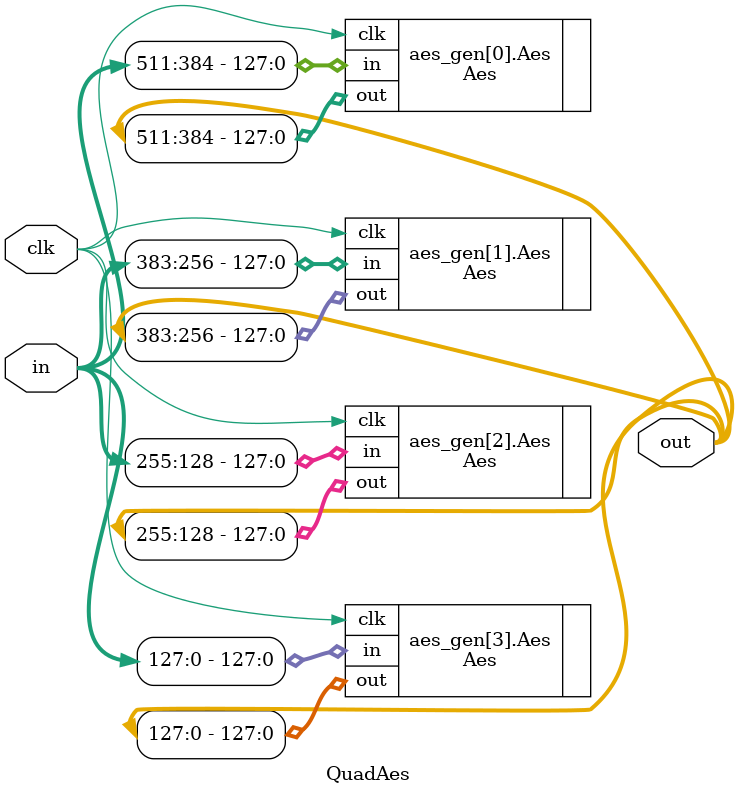
<source format=sv>
module QuadAes (in, clk,out);
	input [511:0] in;
	input clk;
	output [511:0] out;
	parameter NUM_AES = 4;

	genvar i;
	generate
		for (i = 0; i < NUM_AES; i++) begin : aes_gen
			Aes Aes (.in(in [511 - i * 128 : 384 - i * 128]),
			         .clk(clk),
			         .out(out [511 - i * 128 : 384 - i * 128]));
		end
	endgenerate

endmodule

</source>
